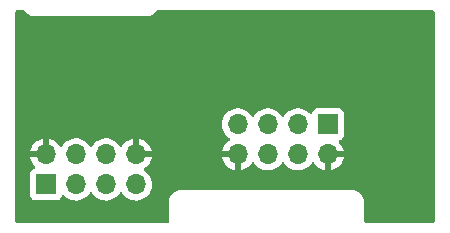
<source format=gbl>
%TF.GenerationSoftware,KiCad,Pcbnew,(6.0.1)*%
%TF.CreationDate,2024-03-07T18:11:34-08:00*%
%TF.ProjectId,Gamecube_SD2SP2PRO,47616d65-6375-4626-955f-534432535032,rev?*%
%TF.SameCoordinates,Original*%
%TF.FileFunction,Copper,L2,Bot*%
%TF.FilePolarity,Positive*%
%FSLAX46Y46*%
G04 Gerber Fmt 4.6, Leading zero omitted, Abs format (unit mm)*
G04 Created by KiCad (PCBNEW (6.0.1)) date 2024-03-07 18:11:34*
%MOMM*%
%LPD*%
G01*
G04 APERTURE LIST*
%TA.AperFunction,ComponentPad*%
%ADD10R,1.700000X1.700000*%
%TD*%
%TA.AperFunction,ComponentPad*%
%ADD11O,1.700000X1.700000*%
%TD*%
%TA.AperFunction,ViaPad*%
%ADD12C,0.800000*%
%TD*%
G04 APERTURE END LIST*
D10*
X77160286Y-116250000D03*
D11*
X77160286Y-113710000D03*
X79700286Y-116250000D03*
X79700286Y-113710000D03*
X82240286Y-116250000D03*
X82240286Y-113710000D03*
X84780286Y-116250000D03*
X84780286Y-113710000D03*
D10*
X101026286Y-111165000D03*
D11*
X101026286Y-113705000D03*
X98486286Y-111165000D03*
X98486286Y-113705000D03*
X95946286Y-111165000D03*
X95946286Y-113705000D03*
X93406286Y-111165000D03*
X93406286Y-113705000D03*
D12*
X97988286Y-102250000D03*
X109314286Y-110500000D03*
X104814286Y-118750000D03*
X102064286Y-107500000D03*
X109314286Y-102250000D03*
X86814286Y-118750000D03*
X75314286Y-102250000D03*
X83064286Y-105250000D03*
X99564286Y-109500000D03*
X75314286Y-118750000D03*
X95564286Y-105250000D03*
X109314286Y-118750000D03*
X86814286Y-102250000D03*
X75314286Y-108750000D03*
%TA.AperFunction,Conductor*%
G36*
X75369796Y-101528002D02*
G01*
X75390771Y-101544905D01*
X75654857Y-101808992D01*
X75662466Y-101818516D01*
X75662836Y-101818202D01*
X75668658Y-101825043D01*
X75673446Y-101832631D01*
X75680173Y-101838572D01*
X75713750Y-101868226D01*
X75719438Y-101873573D01*
X75730869Y-101885004D01*
X75734460Y-101887695D01*
X75734462Y-101887697D01*
X75739228Y-101891269D01*
X75747070Y-101897653D01*
X75782514Y-101928956D01*
X75790641Y-101932772D01*
X75793169Y-101934432D01*
X75807998Y-101943342D01*
X75810639Y-101944788D01*
X75817824Y-101950173D01*
X75826232Y-101953325D01*
X75862114Y-101966777D01*
X75871432Y-101970704D01*
X75906104Y-101986982D01*
X75914234Y-101990799D01*
X75923109Y-101992181D01*
X75925992Y-101993062D01*
X75942737Y-101997455D01*
X75945672Y-101998100D01*
X75954079Y-102001252D01*
X75983512Y-102003439D01*
X76001237Y-102004757D01*
X76011277Y-102005909D01*
X76018337Y-102007008D01*
X76024709Y-102008000D01*
X76040201Y-102008000D01*
X76049539Y-102008346D01*
X76090242Y-102011371D01*
X76090243Y-102011371D01*
X76099193Y-102012036D01*
X76107975Y-102010161D01*
X76116289Y-102009594D01*
X76131396Y-102008000D01*
X85743266Y-102008000D01*
X85755382Y-102009354D01*
X85755421Y-102008870D01*
X85764372Y-102009590D01*
X85773126Y-102011571D01*
X85826787Y-102008242D01*
X85834589Y-102008000D01*
X85850763Y-102008000D01*
X85855204Y-102007364D01*
X85855205Y-102007364D01*
X85861099Y-102006520D01*
X85871158Y-102005490D01*
X85888482Y-102004415D01*
X85909403Y-102003117D01*
X85909405Y-102003117D01*
X85918361Y-102002561D01*
X85926799Y-101999515D01*
X85929710Y-101998912D01*
X85946578Y-101994706D01*
X85949445Y-101993868D01*
X85958331Y-101992595D01*
X85966502Y-101988880D01*
X85966505Y-101988879D01*
X86001378Y-101973023D01*
X86010747Y-101969209D01*
X86046787Y-101956199D01*
X86046791Y-101956197D01*
X86055231Y-101953150D01*
X86062480Y-101947854D01*
X86065115Y-101946453D01*
X86080100Y-101937697D01*
X86082625Y-101936082D01*
X86090796Y-101932367D01*
X86126624Y-101901496D01*
X86134542Y-101895209D01*
X86141572Y-101890073D01*
X86141575Y-101890071D01*
X86145511Y-101887195D01*
X86156463Y-101876243D01*
X86163311Y-101869885D01*
X86194230Y-101843244D01*
X86194234Y-101843239D01*
X86201033Y-101837381D01*
X86205914Y-101829850D01*
X86211390Y-101823573D01*
X86220952Y-101811754D01*
X86487803Y-101544904D01*
X86550115Y-101510879D01*
X86576898Y-101508000D01*
X109930286Y-101508000D01*
X109998407Y-101528002D01*
X110044900Y-101581658D01*
X110056286Y-101634000D01*
X110056286Y-119366000D01*
X110036284Y-119434121D01*
X109982628Y-119480614D01*
X109930286Y-119492000D01*
X104198286Y-119492000D01*
X104130165Y-119471998D01*
X104083672Y-119418342D01*
X104072286Y-119366000D01*
X104072286Y-117803206D01*
X104074032Y-117782302D01*
X104076550Y-117767334D01*
X104077357Y-117762538D01*
X104077510Y-117749999D01*
X104076821Y-117745192D01*
X104076821Y-117745185D01*
X104074471Y-117728780D01*
X104073677Y-117721898D01*
X104063983Y-117611097D01*
X104060763Y-117574293D01*
X104054419Y-117550615D01*
X104016537Y-117409237D01*
X104016536Y-117409235D01*
X104015114Y-117403927D01*
X103984510Y-117338297D01*
X103942896Y-117249056D01*
X103942894Y-117249053D01*
X103940573Y-117244075D01*
X103839408Y-117099596D01*
X103714690Y-116974878D01*
X103570211Y-116873713D01*
X103565233Y-116871392D01*
X103565230Y-116871390D01*
X103415341Y-116801495D01*
X103415339Y-116801494D01*
X103410359Y-116799172D01*
X103405051Y-116797750D01*
X103405049Y-116797749D01*
X103245308Y-116754947D01*
X103245307Y-116754947D01*
X103239993Y-116753523D01*
X103234507Y-116753043D01*
X103234501Y-116753042D01*
X103110518Y-116742194D01*
X103100595Y-116740928D01*
X103081619Y-116737735D01*
X103081614Y-116737735D01*
X103076826Y-116736929D01*
X103070527Y-116736852D01*
X103069146Y-116736835D01*
X103069142Y-116736835D01*
X103064287Y-116736776D01*
X103040002Y-116740254D01*
X103036699Y-116740727D01*
X103018836Y-116742000D01*
X88617492Y-116742000D01*
X88596588Y-116740254D01*
X88593422Y-116739721D01*
X88576824Y-116736929D01*
X88570466Y-116736851D01*
X88569143Y-116736835D01*
X88569139Y-116736835D01*
X88564285Y-116736776D01*
X88559478Y-116737465D01*
X88559471Y-116737465D01*
X88543066Y-116739815D01*
X88536184Y-116740609D01*
X88502291Y-116743574D01*
X88388579Y-116753523D01*
X88383265Y-116754947D01*
X88383264Y-116754947D01*
X88223523Y-116797749D01*
X88223521Y-116797750D01*
X88218213Y-116799172D01*
X88213233Y-116801494D01*
X88213231Y-116801495D01*
X88063342Y-116871390D01*
X88063339Y-116871392D01*
X88058361Y-116873713D01*
X87913882Y-116974878D01*
X87789164Y-117099596D01*
X87687999Y-117244075D01*
X87685678Y-117249053D01*
X87685676Y-117249056D01*
X87644062Y-117338297D01*
X87613458Y-117403927D01*
X87612036Y-117409235D01*
X87612035Y-117409237D01*
X87574153Y-117550615D01*
X87567809Y-117574293D01*
X87567330Y-117579773D01*
X87567328Y-117579785D01*
X87556480Y-117703768D01*
X87555214Y-117713691D01*
X87551215Y-117737460D01*
X87551062Y-117749999D01*
X87552851Y-117762491D01*
X87555013Y-117777587D01*
X87556286Y-117795450D01*
X87556286Y-119366000D01*
X87536284Y-119434121D01*
X87482628Y-119480614D01*
X87430286Y-119492000D01*
X74698286Y-119492000D01*
X74630165Y-119471998D01*
X74583672Y-119418342D01*
X74572286Y-119366000D01*
X74572286Y-117148134D01*
X75801786Y-117148134D01*
X75808541Y-117210316D01*
X75859671Y-117346705D01*
X75947025Y-117463261D01*
X76063581Y-117550615D01*
X76199970Y-117601745D01*
X76262152Y-117608500D01*
X78058420Y-117608500D01*
X78120602Y-117601745D01*
X78256991Y-117550615D01*
X78373547Y-117463261D01*
X78460901Y-117346705D01*
X78497508Y-117249056D01*
X78504884Y-117229382D01*
X78547526Y-117172618D01*
X78614088Y-117147918D01*
X78683436Y-117163126D01*
X78718103Y-117191114D01*
X78746536Y-117223938D01*
X78918412Y-117366632D01*
X79111286Y-117479338D01*
X79319978Y-117559030D01*
X79325046Y-117560061D01*
X79325049Y-117560062D01*
X79421932Y-117579773D01*
X79538883Y-117603567D01*
X79544058Y-117603757D01*
X79544060Y-117603757D01*
X79756959Y-117611564D01*
X79756963Y-117611564D01*
X79762123Y-117611753D01*
X79767243Y-117611097D01*
X79767245Y-117611097D01*
X79978574Y-117584025D01*
X79978575Y-117584025D01*
X79983702Y-117583368D01*
X79995685Y-117579773D01*
X80192715Y-117520661D01*
X80192720Y-117520659D01*
X80197670Y-117519174D01*
X80398280Y-117420896D01*
X80580146Y-117291173D01*
X80622411Y-117249056D01*
X80723902Y-117147918D01*
X80738382Y-117133489D01*
X80762737Y-117099596D01*
X80868739Y-116952077D01*
X80870062Y-116953028D01*
X80916931Y-116909857D01*
X80986866Y-116897625D01*
X81052312Y-116925144D01*
X81080161Y-116956994D01*
X81140273Y-117055088D01*
X81286536Y-117223938D01*
X81458412Y-117366632D01*
X81651286Y-117479338D01*
X81859978Y-117559030D01*
X81865046Y-117560061D01*
X81865049Y-117560062D01*
X81961932Y-117579773D01*
X82078883Y-117603567D01*
X82084058Y-117603757D01*
X82084060Y-117603757D01*
X82296959Y-117611564D01*
X82296963Y-117611564D01*
X82302123Y-117611753D01*
X82307243Y-117611097D01*
X82307245Y-117611097D01*
X82518574Y-117584025D01*
X82518575Y-117584025D01*
X82523702Y-117583368D01*
X82535685Y-117579773D01*
X82732715Y-117520661D01*
X82732720Y-117520659D01*
X82737670Y-117519174D01*
X82938280Y-117420896D01*
X83120146Y-117291173D01*
X83162411Y-117249056D01*
X83263902Y-117147918D01*
X83278382Y-117133489D01*
X83302737Y-117099596D01*
X83408739Y-116952077D01*
X83410062Y-116953028D01*
X83456931Y-116909857D01*
X83526866Y-116897625D01*
X83592312Y-116925144D01*
X83620161Y-116956994D01*
X83680273Y-117055088D01*
X83826536Y-117223938D01*
X83998412Y-117366632D01*
X84191286Y-117479338D01*
X84399978Y-117559030D01*
X84405046Y-117560061D01*
X84405049Y-117560062D01*
X84501932Y-117579773D01*
X84618883Y-117603567D01*
X84624058Y-117603757D01*
X84624060Y-117603757D01*
X84836959Y-117611564D01*
X84836963Y-117611564D01*
X84842123Y-117611753D01*
X84847243Y-117611097D01*
X84847245Y-117611097D01*
X85058574Y-117584025D01*
X85058575Y-117584025D01*
X85063702Y-117583368D01*
X85075685Y-117579773D01*
X85272715Y-117520661D01*
X85272720Y-117520659D01*
X85277670Y-117519174D01*
X85478280Y-117420896D01*
X85660146Y-117291173D01*
X85702411Y-117249056D01*
X85803902Y-117147918D01*
X85818382Y-117133489D01*
X85842737Y-117099596D01*
X85945721Y-116956277D01*
X85948739Y-116952077D01*
X85969606Y-116909857D01*
X86045422Y-116756453D01*
X86045423Y-116756451D01*
X86047716Y-116751811D01*
X86112656Y-116538069D01*
X86141815Y-116316590D01*
X86143442Y-116250000D01*
X86125138Y-116027361D01*
X86070717Y-115810702D01*
X85981640Y-115605840D01*
X85860300Y-115418277D01*
X85709956Y-115253051D01*
X85705905Y-115249852D01*
X85705901Y-115249848D01*
X85538700Y-115117800D01*
X85538696Y-115117798D01*
X85534645Y-115114598D01*
X85492855Y-115091529D01*
X85442884Y-115041097D01*
X85428112Y-114971654D01*
X85453228Y-114905248D01*
X85480580Y-114878641D01*
X85655614Y-114753792D01*
X85663486Y-114747139D01*
X85814338Y-114596812D01*
X85821016Y-114588965D01*
X85945289Y-114416020D01*
X85950599Y-114407183D01*
X86044956Y-114216267D01*
X86048755Y-114206672D01*
X86110663Y-114002910D01*
X86112841Y-113992837D01*
X86114272Y-113981962D01*
X86112870Y-113972966D01*
X92074543Y-113972966D01*
X92104851Y-114107446D01*
X92107931Y-114117275D01*
X92188056Y-114314603D01*
X92192699Y-114323794D01*
X92303980Y-114505388D01*
X92310063Y-114513699D01*
X92449499Y-114674667D01*
X92456866Y-114681883D01*
X92620720Y-114817916D01*
X92629167Y-114823831D01*
X92813042Y-114931279D01*
X92822328Y-114935729D01*
X93021287Y-115011703D01*
X93031185Y-115014579D01*
X93134536Y-115035606D01*
X93148585Y-115034410D01*
X93152286Y-115024065D01*
X93152286Y-113977115D01*
X93147811Y-113961876D01*
X93146421Y-113960671D01*
X93138738Y-113959000D01*
X92089511Y-113959000D01*
X92075980Y-113962973D01*
X92074543Y-113972966D01*
X86112870Y-113972966D01*
X86112061Y-113967778D01*
X86098903Y-113964000D01*
X84652286Y-113964000D01*
X84584165Y-113943998D01*
X84537672Y-113890342D01*
X84526286Y-113838000D01*
X84526286Y-113437885D01*
X85034286Y-113437885D01*
X85038761Y-113453124D01*
X85040151Y-113454329D01*
X85047834Y-113456000D01*
X86098630Y-113456000D01*
X86112161Y-113452027D01*
X86113466Y-113442947D01*
X86071500Y-113275875D01*
X86068180Y-113266124D01*
X85983258Y-113070814D01*
X85978391Y-113061739D01*
X85862712Y-112882926D01*
X85856422Y-112874757D01*
X85713092Y-112717240D01*
X85705559Y-112710215D01*
X85538425Y-112578222D01*
X85529838Y-112572517D01*
X85343403Y-112469599D01*
X85333991Y-112465369D01*
X85133245Y-112394280D01*
X85123274Y-112391646D01*
X85052123Y-112378972D01*
X85038826Y-112380432D01*
X85034286Y-112394989D01*
X85034286Y-113437885D01*
X84526286Y-113437885D01*
X84526286Y-112393102D01*
X84522368Y-112379758D01*
X84508092Y-112377771D01*
X84469610Y-112383660D01*
X84459574Y-112386051D01*
X84257154Y-112452212D01*
X84247645Y-112456209D01*
X84058749Y-112554542D01*
X84050024Y-112560036D01*
X83879719Y-112687905D01*
X83872012Y-112694748D01*
X83724876Y-112848717D01*
X83718395Y-112856722D01*
X83613784Y-113010074D01*
X83558873Y-113055076D01*
X83488348Y-113063247D01*
X83424601Y-113031993D01*
X83403904Y-113007509D01*
X83323108Y-112882617D01*
X83323106Y-112882614D01*
X83320300Y-112878277D01*
X83169956Y-112713051D01*
X83165905Y-112709852D01*
X83165901Y-112709848D01*
X82998700Y-112577800D01*
X82998696Y-112577798D01*
X82994645Y-112574598D01*
X82985588Y-112569598D01*
X82941077Y-112545027D01*
X82799075Y-112466638D01*
X82794206Y-112464914D01*
X82794202Y-112464912D01*
X82593373Y-112393795D01*
X82593369Y-112393794D01*
X82588498Y-112392069D01*
X82583405Y-112391162D01*
X82583402Y-112391161D01*
X82373659Y-112353800D01*
X82373653Y-112353799D01*
X82368570Y-112352894D01*
X82294738Y-112351992D01*
X82150367Y-112350228D01*
X82150365Y-112350228D01*
X82145197Y-112350165D01*
X81924377Y-112383955D01*
X81712042Y-112453357D01*
X81672330Y-112474030D01*
X81535370Y-112545327D01*
X81513893Y-112556507D01*
X81509760Y-112559610D01*
X81509757Y-112559612D01*
X81345546Y-112682905D01*
X81335251Y-112690635D01*
X81180915Y-112852138D01*
X81073487Y-113009621D01*
X81018579Y-113054621D01*
X80948054Y-113062792D01*
X80884307Y-113031538D01*
X80863610Y-113007054D01*
X80783108Y-112882617D01*
X80783106Y-112882614D01*
X80780300Y-112878277D01*
X80629956Y-112713051D01*
X80625905Y-112709852D01*
X80625901Y-112709848D01*
X80458700Y-112577800D01*
X80458696Y-112577798D01*
X80454645Y-112574598D01*
X80445588Y-112569598D01*
X80401077Y-112545027D01*
X80259075Y-112466638D01*
X80254206Y-112464914D01*
X80254202Y-112464912D01*
X80053373Y-112393795D01*
X80053369Y-112393794D01*
X80048498Y-112392069D01*
X80043405Y-112391162D01*
X80043402Y-112391161D01*
X79833659Y-112353800D01*
X79833653Y-112353799D01*
X79828570Y-112352894D01*
X79754738Y-112351992D01*
X79610367Y-112350228D01*
X79610365Y-112350228D01*
X79605197Y-112350165D01*
X79384377Y-112383955D01*
X79172042Y-112453357D01*
X79132330Y-112474030D01*
X78995370Y-112545327D01*
X78973893Y-112556507D01*
X78969760Y-112559610D01*
X78969757Y-112559612D01*
X78805546Y-112682905D01*
X78795251Y-112690635D01*
X78640915Y-112852138D01*
X78638006Y-112856403D01*
X78638000Y-112856411D01*
X78629101Y-112869457D01*
X78533490Y-113009618D01*
X78533184Y-113010066D01*
X78478273Y-113055069D01*
X78407748Y-113063240D01*
X78344001Y-113031986D01*
X78323304Y-113007502D01*
X78242712Y-112882926D01*
X78236422Y-112874757D01*
X78093092Y-112717240D01*
X78085559Y-112710215D01*
X77918425Y-112578222D01*
X77909838Y-112572517D01*
X77723403Y-112469599D01*
X77713991Y-112465369D01*
X77513245Y-112394280D01*
X77503274Y-112391646D01*
X77432123Y-112378972D01*
X77418826Y-112380432D01*
X77414286Y-112394989D01*
X77414286Y-113838000D01*
X77394284Y-113906121D01*
X77340628Y-113952614D01*
X77288286Y-113964000D01*
X75843511Y-113964000D01*
X75829980Y-113967973D01*
X75828543Y-113977966D01*
X75858851Y-114112446D01*
X75861931Y-114122275D01*
X75942056Y-114319603D01*
X75946699Y-114328794D01*
X76057980Y-114510388D01*
X76064063Y-114518699D01*
X76203499Y-114679667D01*
X76210863Y-114686879D01*
X76215808Y-114690985D01*
X76255442Y-114749889D01*
X76256939Y-114820870D01*
X76219823Y-114881392D01*
X76179550Y-114905910D01*
X76071991Y-114946232D01*
X76071990Y-114946233D01*
X76063581Y-114949385D01*
X75947025Y-115036739D01*
X75859671Y-115153295D01*
X75808541Y-115289684D01*
X75801786Y-115351866D01*
X75801786Y-117148134D01*
X74572286Y-117148134D01*
X74572286Y-113444183D01*
X75824675Y-113444183D01*
X75826198Y-113452607D01*
X75838578Y-113456000D01*
X76888171Y-113456000D01*
X76903410Y-113451525D01*
X76904615Y-113450135D01*
X76906286Y-113442452D01*
X76906286Y-112393102D01*
X76902368Y-112379758D01*
X76888092Y-112377771D01*
X76849610Y-112383660D01*
X76839574Y-112386051D01*
X76637154Y-112452212D01*
X76627645Y-112456209D01*
X76438749Y-112554542D01*
X76430024Y-112560036D01*
X76259719Y-112687905D01*
X76252012Y-112694748D01*
X76104876Y-112848717D01*
X76098390Y-112856727D01*
X75978384Y-113032649D01*
X75973286Y-113041623D01*
X75883624Y-113234783D01*
X75880061Y-113244470D01*
X75824675Y-113444183D01*
X74572286Y-113444183D01*
X74572286Y-111131695D01*
X92043537Y-111131695D01*
X92056396Y-111354715D01*
X92057533Y-111359761D01*
X92057534Y-111359767D01*
X92081590Y-111466508D01*
X92105508Y-111572639D01*
X92189552Y-111779616D01*
X92226971Y-111840678D01*
X92303577Y-111965688D01*
X92306273Y-111970088D01*
X92452536Y-112138938D01*
X92624412Y-112281632D01*
X92697731Y-112324476D01*
X92698241Y-112324774D01*
X92746965Y-112376412D01*
X92760036Y-112446195D01*
X92733305Y-112511967D01*
X92692848Y-112545327D01*
X92684743Y-112549546D01*
X92676024Y-112555036D01*
X92505719Y-112682905D01*
X92498012Y-112689748D01*
X92350876Y-112843717D01*
X92344390Y-112851727D01*
X92224384Y-113027649D01*
X92219286Y-113036623D01*
X92129624Y-113229783D01*
X92126061Y-113239470D01*
X92070675Y-113439183D01*
X92072198Y-113447607D01*
X92084578Y-113451000D01*
X93534286Y-113451000D01*
X93602407Y-113471002D01*
X93648900Y-113524658D01*
X93660286Y-113577000D01*
X93660286Y-115023517D01*
X93664350Y-115037359D01*
X93677764Y-115039393D01*
X93684470Y-115038534D01*
X93694548Y-115036392D01*
X93898541Y-114975191D01*
X93908128Y-114971433D01*
X94099381Y-114877739D01*
X94108231Y-114872464D01*
X94281614Y-114748792D01*
X94289486Y-114742139D01*
X94440338Y-114591812D01*
X94447016Y-114583965D01*
X94574308Y-114406819D01*
X94575565Y-114407722D01*
X94622659Y-114364362D01*
X94692597Y-114352145D01*
X94758037Y-114379678D01*
X94785865Y-114411511D01*
X94846273Y-114510088D01*
X94992536Y-114678938D01*
X95164412Y-114821632D01*
X95357286Y-114934338D01*
X95362111Y-114936180D01*
X95362112Y-114936181D01*
X95434898Y-114963975D01*
X95565978Y-115014030D01*
X95571046Y-115015061D01*
X95571049Y-115015062D01*
X95651147Y-115031358D01*
X95784883Y-115058567D01*
X95790058Y-115058757D01*
X95790060Y-115058757D01*
X96002959Y-115066564D01*
X96002963Y-115066564D01*
X96008123Y-115066753D01*
X96013243Y-115066097D01*
X96013245Y-115066097D01*
X96224574Y-115039025D01*
X96224575Y-115039025D01*
X96229702Y-115038368D01*
X96235132Y-115036739D01*
X96438715Y-114975661D01*
X96438720Y-114975659D01*
X96443670Y-114974174D01*
X96644280Y-114875896D01*
X96826146Y-114746173D01*
X96984382Y-114588489D01*
X97114739Y-114407077D01*
X97116062Y-114408028D01*
X97162931Y-114364857D01*
X97232866Y-114352625D01*
X97298312Y-114380144D01*
X97326161Y-114411994D01*
X97386273Y-114510088D01*
X97532536Y-114678938D01*
X97704412Y-114821632D01*
X97897286Y-114934338D01*
X97902111Y-114936180D01*
X97902112Y-114936181D01*
X97974898Y-114963975D01*
X98105978Y-115014030D01*
X98111046Y-115015061D01*
X98111049Y-115015062D01*
X98191147Y-115031358D01*
X98324883Y-115058567D01*
X98330058Y-115058757D01*
X98330060Y-115058757D01*
X98542959Y-115066564D01*
X98542963Y-115066564D01*
X98548123Y-115066753D01*
X98553243Y-115066097D01*
X98553245Y-115066097D01*
X98764574Y-115039025D01*
X98764575Y-115039025D01*
X98769702Y-115038368D01*
X98775132Y-115036739D01*
X98978715Y-114975661D01*
X98978720Y-114975659D01*
X98983670Y-114974174D01*
X99184280Y-114875896D01*
X99366146Y-114746173D01*
X99524382Y-114588489D01*
X99654739Y-114407077D01*
X99655926Y-114407930D01*
X99703246Y-114364362D01*
X99773183Y-114352145D01*
X99838624Y-114379678D01*
X99866452Y-114411511D01*
X99923980Y-114505388D01*
X99930063Y-114513699D01*
X100069499Y-114674667D01*
X100076866Y-114681883D01*
X100240720Y-114817916D01*
X100249167Y-114823831D01*
X100433042Y-114931279D01*
X100442328Y-114935729D01*
X100641287Y-115011703D01*
X100651185Y-115014579D01*
X100754536Y-115035606D01*
X100768585Y-115034410D01*
X100772286Y-115024065D01*
X100772286Y-115023517D01*
X101280286Y-115023517D01*
X101284350Y-115037359D01*
X101297764Y-115039393D01*
X101304470Y-115038534D01*
X101314548Y-115036392D01*
X101518541Y-114975191D01*
X101528128Y-114971433D01*
X101719381Y-114877739D01*
X101728231Y-114872464D01*
X101901614Y-114748792D01*
X101909486Y-114742139D01*
X102060338Y-114591812D01*
X102067016Y-114583965D01*
X102191289Y-114411020D01*
X102196599Y-114402183D01*
X102290956Y-114211267D01*
X102294755Y-114201672D01*
X102356663Y-113997910D01*
X102358841Y-113987837D01*
X102360272Y-113976962D01*
X102358061Y-113962778D01*
X102344903Y-113959000D01*
X101298401Y-113959000D01*
X101283162Y-113963475D01*
X101281957Y-113964865D01*
X101280286Y-113972548D01*
X101280286Y-115023517D01*
X100772286Y-115023517D01*
X100772286Y-113577000D01*
X100792288Y-113508879D01*
X100845944Y-113462386D01*
X100898286Y-113451000D01*
X102344630Y-113451000D01*
X102358161Y-113447027D01*
X102359466Y-113437947D01*
X102317500Y-113270875D01*
X102314180Y-113261124D01*
X102229258Y-113065814D01*
X102224391Y-113056739D01*
X102108712Y-112877926D01*
X102102422Y-112869757D01*
X101958579Y-112711677D01*
X101927527Y-112647831D01*
X101935921Y-112577333D01*
X101981098Y-112522564D01*
X102007542Y-112508895D01*
X102114583Y-112468767D01*
X102122991Y-112465615D01*
X102239547Y-112378261D01*
X102326901Y-112261705D01*
X102378031Y-112125316D01*
X102384786Y-112063134D01*
X102384786Y-110266866D01*
X102378031Y-110204684D01*
X102326901Y-110068295D01*
X102239547Y-109951739D01*
X102122991Y-109864385D01*
X101986602Y-109813255D01*
X101924420Y-109806500D01*
X100128152Y-109806500D01*
X100065970Y-109813255D01*
X99929581Y-109864385D01*
X99813025Y-109951739D01*
X99725671Y-110068295D01*
X99722519Y-110076703D01*
X99681205Y-110186907D01*
X99638563Y-110243671D01*
X99572002Y-110268371D01*
X99502653Y-110253163D01*
X99470029Y-110227476D01*
X99419437Y-110171875D01*
X99419428Y-110171866D01*
X99415956Y-110168051D01*
X99411905Y-110164852D01*
X99411901Y-110164848D01*
X99244700Y-110032800D01*
X99244696Y-110032798D01*
X99240645Y-110029598D01*
X99045075Y-109921638D01*
X99040206Y-109919914D01*
X99040202Y-109919912D01*
X98839373Y-109848795D01*
X98839369Y-109848794D01*
X98834498Y-109847069D01*
X98829405Y-109846162D01*
X98829402Y-109846161D01*
X98619659Y-109808800D01*
X98619653Y-109808799D01*
X98614570Y-109807894D01*
X98540738Y-109806992D01*
X98396367Y-109805228D01*
X98396365Y-109805228D01*
X98391197Y-109805165D01*
X98170377Y-109838955D01*
X97958042Y-109908357D01*
X97759893Y-110011507D01*
X97755760Y-110014610D01*
X97755757Y-110014612D01*
X97585386Y-110142530D01*
X97581251Y-110145635D01*
X97541811Y-110186907D01*
X97487566Y-110243671D01*
X97426915Y-110307138D01*
X97319487Y-110464621D01*
X97264579Y-110509621D01*
X97194054Y-110517792D01*
X97130307Y-110486538D01*
X97109610Y-110462054D01*
X97029108Y-110337617D01*
X97029106Y-110337614D01*
X97026300Y-110333277D01*
X96875956Y-110168051D01*
X96871905Y-110164852D01*
X96871901Y-110164848D01*
X96704700Y-110032800D01*
X96704696Y-110032798D01*
X96700645Y-110029598D01*
X96505075Y-109921638D01*
X96500206Y-109919914D01*
X96500202Y-109919912D01*
X96299373Y-109848795D01*
X96299369Y-109848794D01*
X96294498Y-109847069D01*
X96289405Y-109846162D01*
X96289402Y-109846161D01*
X96079659Y-109808800D01*
X96079653Y-109808799D01*
X96074570Y-109807894D01*
X96000738Y-109806992D01*
X95856367Y-109805228D01*
X95856365Y-109805228D01*
X95851197Y-109805165D01*
X95630377Y-109838955D01*
X95418042Y-109908357D01*
X95219893Y-110011507D01*
X95215760Y-110014610D01*
X95215757Y-110014612D01*
X95045386Y-110142530D01*
X95041251Y-110145635D01*
X95001811Y-110186907D01*
X94947566Y-110243671D01*
X94886915Y-110307138D01*
X94779487Y-110464621D01*
X94724579Y-110509621D01*
X94654054Y-110517792D01*
X94590307Y-110486538D01*
X94569610Y-110462054D01*
X94489108Y-110337617D01*
X94489106Y-110337614D01*
X94486300Y-110333277D01*
X94335956Y-110168051D01*
X94331905Y-110164852D01*
X94331901Y-110164848D01*
X94164700Y-110032800D01*
X94164696Y-110032798D01*
X94160645Y-110029598D01*
X93965075Y-109921638D01*
X93960206Y-109919914D01*
X93960202Y-109919912D01*
X93759373Y-109848795D01*
X93759369Y-109848794D01*
X93754498Y-109847069D01*
X93749405Y-109846162D01*
X93749402Y-109846161D01*
X93539659Y-109808800D01*
X93539653Y-109808799D01*
X93534570Y-109807894D01*
X93460738Y-109806992D01*
X93316367Y-109805228D01*
X93316365Y-109805228D01*
X93311197Y-109805165D01*
X93090377Y-109838955D01*
X92878042Y-109908357D01*
X92679893Y-110011507D01*
X92675760Y-110014610D01*
X92675757Y-110014612D01*
X92505386Y-110142530D01*
X92501251Y-110145635D01*
X92461811Y-110186907D01*
X92407566Y-110243671D01*
X92346915Y-110307138D01*
X92221029Y-110491680D01*
X92126974Y-110694305D01*
X92067275Y-110909570D01*
X92043537Y-111131695D01*
X74572286Y-111131695D01*
X74572286Y-101634000D01*
X74592288Y-101565879D01*
X74645944Y-101519386D01*
X74698286Y-101508000D01*
X75301675Y-101508000D01*
X75369796Y-101528002D01*
G37*
%TD.AperFunction*%
M02*

</source>
